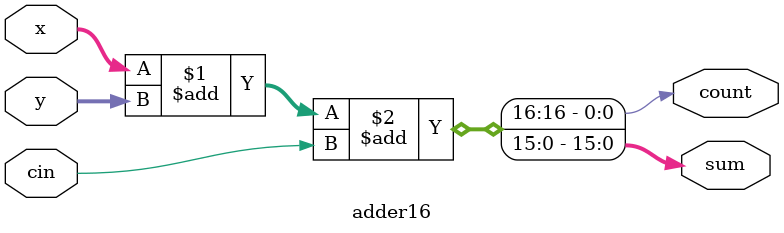
<source format=v>
/*                  *
 * adder16.v        *
 * 16 ビット加算回路 *
 *                  */

module adder16 (x, y, cin, sum, count);
    input [15:0] x, y;
    input cin;
    output [15:0] sum;
    output count;

    assign {count, sum} = x + y + cin;
endmodule

</source>
